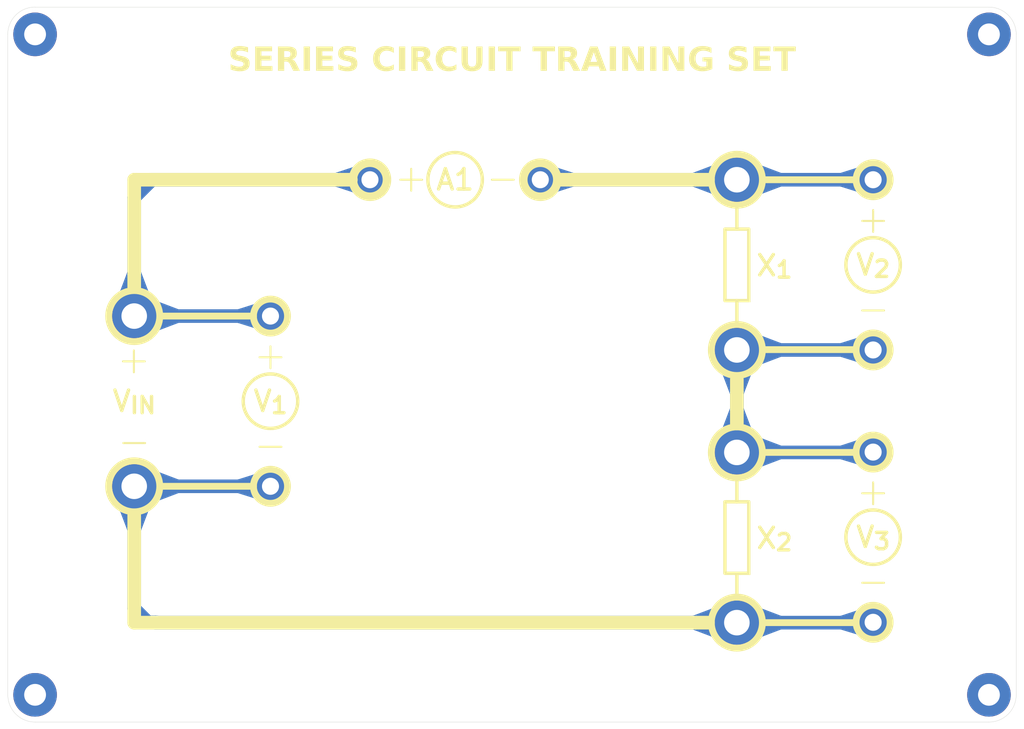
<source format=kicad_pcb>
(kicad_pcb (version 20240108) (generator "pcbnew") (generator_version "8.0")
  (layers (0 "F.Cu" signal) (31 "B.Cu" signal) (34 "B.Paste" user) (35 "F.Paste" user) (36 "B.SilkS" user "B.Silkscreen") (37 "F.SilkS" user "F.Silkscreen") (38 "B.Mask" user) (39 "F.Mask" user) (44 "Edge.Cuts" user))
  (net 0 "")
  (net 1 "Net-(A1-+)")
  (net 2 "Net-(MES1--)")
  (net 3 "Net-(MES2--)")
  (net 4 "Net-(A1--)")
  (footprint "Library:MountingHole_3.2mm_M3_Pad" (layer "F.Cu") (at 72.4 141.3)
    (property "Reference" "H3")
    (property "Value" "MountingHole")
    (pad "1" thru_hole circle (at 0 0) (size 6.4 6.4) (drill 3.2) (layers "*.Cu" "*.Mask"))
  )
  (footprint "Library:Volt meter vertical" (layer "F.Cu") (at 195.4 118.15)
    (property "Reference" "MES3")
    (property "Value" "V_{3}" (at 0 0 0) (layer "F.SilkS") (effects (font (size 3 3) (thickness 0.5))))
    (fp_line (start -1.6 -6.45) (end 1.6 -6.45) (stroke (width 0.3)) (layer "F.SilkS"))
    (fp_line (start -1.6 6.7) (end 1.6 6.7) (stroke (width 0.3)) (layer "F.SilkS"))
    (fp_line (start 0 -4.85) (end 0 -8.05) (stroke (width 0.3)) (layer "F.SilkS"))
    (fp_circle (center 0 -12.5) (end -2.5 -12.5) (stroke (width 1)) (fill none) (layer "F.SilkS"))
    (fp_circle (center 0 0) (end 4 0) (stroke (width 0.5)) (fill none) (layer "F.SilkS"))
    (fp_circle (center 0 12.5) (end -2.5 12.5) (stroke (width 1)) (fill none) (layer "F.SilkS"))
    (pad "1" thru_hole circle (at 0 12.5 180) (size 4.8 4.8) (drill 2.5) (layers "*.Cu" "*.Mask") (net 2 "Net-(MES1--)"))
    (pad "2" thru_hole circle (at 0 -12.5 180) (size 4.8 4.8) (drill 2.5) (layers "*.Cu" "*.Mask") (net 3 "Net-(MES2--)"))
  )
  (footprint "Library:Ammeter horizontal" (layer "F.Cu") (at 134.05 65.65)
    (property "Reference" "A1" (at 0 0 0) (layer "F.SilkS") (effects (font (size 3 3) (thickness 0.5))))
    (property "Value" "A_{1}" (hide yes))
    (fp_line (start -6.45 1.6) (end -6.45 -1.6) (stroke (width 0.3)) (layer "F.SilkS"))
    (fp_line (start -4.85 0) (end -8.05 0) (stroke (width 0.3)) (layer "F.SilkS"))
    (fp_line (start 8.6 0) (end 5.4 0) (stroke (width 0.3)) (layer "F.SilkS"))
    (fp_circle (center -12.5 0) (end -12.5 2.5) (stroke (width 1.25)) (fill none) (layer "F.SilkS"))
    (fp_circle (center 0 0) (end 4 0) (stroke (width 0.5)) (fill none) (layer "F.SilkS"))
    (fp_circle (center 12.5 0) (end 12.5 2.5) (stroke (width 1.25)) (fill none) (layer "F.SilkS"))
    (pad "1" thru_hole circle (at 12.5 0 270) (size 4.9 4.9) (drill 2.5) (layers "*.Cu" "*.Mask") (net 4 "Net-(A1--)"))
    (pad "2" thru_hole circle (at -12.5 0 270) (size 5.1 5.1) (drill 2.5) (layers "*.Cu" "*.Mask") (net 1 "Net-(A1-+)"))
  )
  (footprint "Library:MountingHole_3.2mm_M3_Pad" (layer "F.Cu") (at 212.4 141.3)
    (property "Reference" "H4")
    (property "Value" "MountingHole")
    (pad "1" thru_hole circle (at 0 0) (size 6.4 6.4) (drill 3.2) (layers "*.Cu" "*.Mask"))
  )
  (footprint "Library:MountingHole_3.2mm_M3_Pad" (layer "F.Cu") (at 72.4 44.3)
    (property "Reference" "H1")
    (property "Value" "MountingHole")
    (pad "1" thru_hole circle (at 0 0) (size 6.4 6.4) (drill 3.2) (layers "*.Cu" "*.Mask"))
  )
  (footprint "Library:Resistor-Plugin_0.5Watt" (layer "F.Cu") (at 175.4 78.15 180)
    (property "Reference" "R1")
    (property "Value" "R")
    (fp_line (start 1.72 3.87) (end 1.72 -5.37) (stroke (width 0.12)) (layer "F.SilkS"))
    (fp_line (start 1.72 -5.37) (end -1.72 -5.37) (stroke (width 0.12)) (layer "F.SilkS"))
    (fp_line (start 0 5.25) (end 0 8.8) (stroke (width 0.5)) (layer "F.SilkS"))
    (fp_line (start 0 -7.33) (end 0 -5.37) (stroke (width 0.12)) (layer "F.SilkS"))
    (fp_line (start 0 -8.8) (end 0 -5.25) (stroke (width 0.5)) (layer "F.SilkS"))
    (fp_line (start -1.72 -5.37) (end -1.72 3.87) (stroke (width 0.12)) (layer "F.SilkS"))
    (fp_rect (start -1.75 -5.25) (end 1.75 5.25) (stroke (width 0.5)) (fill none) (layer "F.SilkS"))
    (fp_circle (center 0 12.5) (end 3.75 12.5) (stroke (width 1)) (fill none) (layer "F.SilkS"))
    (fp_circle (center 0 -12.5) (end 3.75 -12.5) (stroke (width 1)) (fill none) (layer "F.SilkS"))
    (pad "1" thru_hole circle (at 0 -12.5 180) (size 6.5 6.5) (drill 3.75) (layers "*.Cu" "*.Mask") (net 3 "Net-(MES2--)"))
    (pad "2" thru_hole circle (at 0 12.5 180) (size 6.5 6.5) (drill 3.75) (layers "*.Cu" "*.Mask") (net 4 "Net-(A1--)"))
  )
  (footprint "Library:DC Power Supply Vertical" (layer "F.Cu") (at 86.95 98.175)
    (property "Reference" "V1" (hide yes))
    (property "Value" "V_{IN}" (at 0 0 0) (layer "F.SilkS") (effects (font (size 3 3) (thickness 0.5))))
    (fp_line (start -1.65 -5.85) (end 1.55 -5.85) (stroke (width 0.3)) (layer "F.SilkS"))
    (fp_line (start -1.6 6.15) (end 1.6 6.15) (stroke (width 0.3)) (layer "F.SilkS"))
    (fp_line (start -0.05 -4.25) (end -0.05 -7.45) (stroke (width 0.3)) (layer "F.SilkS"))
    (fp_circle (center 0 -12.5) (end 3.75 -12.5) (stroke (width 1)) (fill none) (layer "F.SilkS"))
    (fp_circle (center 0 12.5) (end 3.75 12.5) (stroke (width 1)) (fill none) (layer "F.SilkS"))
    (pad "1" thru_hole circle (at 0 -12.5) (size 6.5 6.5) (drill 3.75) (layers "*.Cu" "*.Mask") (net 1 "Net-(A1-+)"))
    (pad "2" thru_hole circle (at 0 12.5) (size 6.5 6.5) (drill 3.75) (layers "*.Cu" "*.Mask") (net 2 "Net-(MES1--)"))
  )
  (footprint "Library:Volt meter vertical" (layer "F.Cu") (at 106.95 98.175)
    (property "Reference" "MES1")
    (property "Value" "V_{1}" (at 0 0 0) (layer "F.SilkS") (effects (font (size 3 3) (thickness 0.5))))
    (fp_line (start -1.6 -6.45) (end 1.6 -6.45) (stroke (width 0.3)) (layer "F.SilkS"))
    (fp_line (start -1.6 6.7) (end 1.6 6.7) (stroke (width 0.3)) (layer "F.SilkS"))
    (fp_line (start 0 -4.85) (end 0 -8.05) (stroke (width 0.3)) (layer "F.SilkS"))
    (fp_circle (center 0 -12.5) (end -2.5 -12.5) (stroke (width 1)) (fill none) (layer "F.SilkS"))
    (fp_circle (center 0 0) (end 4 0) (stroke (width 0.5)) (fill none) (layer "F.SilkS"))
    (fp_circle (center 0 12.5) (end -2.5 12.5) (stroke (width 1)) (fill none) (layer "F.SilkS"))
    (pad "1" thru_hole circle (at 0 12.5 180) (size 4.8 4.8) (drill 2.5) (layers "*.Cu" "*.Mask") (net 2 "Net-(MES1--)"))
    (pad "2" thru_hole circle (at 0 -12.5 180) (size 4.8 4.8) (drill 2.5) (layers "*.Cu" "*.Mask") (net 1 "Net-(A1-+)"))
  )
  (footprint "Library:Volt meter vertical" (layer "F.Cu") (at 195.4 78.15)
    (property "Reference" "MES2")
    (property "Value" "V_{2}" (at 0 0 0) (layer "F.SilkS") (effects (font (size 3 3) (thickness 0.5))))
    (fp_line (start -1.6 -6.45) (end 1.6 -6.45) (stroke (width 0.3)) (layer "F.SilkS"))
    (fp_line (start -1.6 6.7) (end 1.6 6.7) (stroke (width 0.3)) (layer "F.SilkS"))
    (fp_line (start 0 -4.85) (end 0 -8.05) (stroke (width 0.3)) (layer "F.SilkS"))
    (fp_circle (center 0 -12.5) (end -2.5 -12.5) (stroke (width 1)) (fill none) (layer "F.SilkS"))
    (fp_circle (center 0 0) (end 4 0) (stroke (width 0.5)) (fill none) (layer "F.SilkS"))
    (fp_circle (center 0 12.5) (end -2.5 12.5) (stroke (width 1)) (fill none) (layer "F.SilkS"))
    (pad "1" thru_hole circle (at 0 12.5 180) (size 4.8 4.8) (drill 2.5) (layers "*.Cu" "*.Mask") (net 3 "Net-(MES2--)"))
    (pad "2" thru_hole circle (at 0 -12.5 180) (size 4.8 4.8) (drill 2.5) (layers "*.Cu" "*.Mask") (net 4 "Net-(A1--)"))
  )
  (footprint "Library:MountingHole_3.2mm_M3_Pad" (layer "F.Cu") (at 212.4 44.3)
    (property "Reference" "H2")
    (property "Value" "MountingHole")
    (pad "1" thru_hole circle (at 0 0) (size 6.4 6.4) (drill 3.2) (layers "*.Cu" "*.Mask"))
  )
  (footprint "Library:Resistor-Plugin_0.5Watt" (layer "F.Cu") (at 175.4 118.2 180)
    (property "Reference" "R2")
    (property "Value" "R")
    (fp_line (start 1.72 3.87) (end 1.72 -5.37) (stroke (width 0.12)) (layer "F.SilkS"))
    (fp_line (start 1.72 -5.37) (end -1.72 -5.37) (stroke (width 0.12)) (layer "F.SilkS"))
    (fp_line (start 0 5.25) (end 0 8.8) (stroke (width 0.5)) (layer "F.SilkS"))
    (fp_line (start 0 -7.33) (end 0 -5.37) (stroke (width 0.12)) (layer "F.SilkS"))
    (fp_line (start 0 -8.8) (end 0 -5.25) (stroke (width 0.5)) (layer "F.SilkS"))
    (fp_line (start -1.72 -5.37) (end -1.72 3.87) (stroke (width 0.12)) (layer "F.SilkS"))
    (fp_rect (start -1.75 -5.25) (end 1.75 5.25) (stroke (width 0.5)) (fill none) (layer "F.SilkS"))
    (fp_circle (center 0 12.5) (end 3.75 12.5) (stroke (width 1)) (fill none) (layer "F.SilkS"))
    (fp_circle (center 0 -12.5) (end 3.75 -12.5) (stroke (width 1)) (fill none) (layer "F.SilkS"))
    (pad "1" thru_hole circle (at 0 -12.5 180) (size 6.5 6.5) (drill 3.75) (layers "*.Cu" "*.Mask") (net 2 "Net-(MES1--)"))
    (pad "2" thru_hole circle (at 0 12.5 180) (size 6.5 6.5) (drill 3.75) (layers "*.Cu" "*.Mask") (net 3 "Net-(MES2--)"))
  )
  (gr_line (start 171.15 130.7) (end 86.95 130.7) (stroke (width 2)) (layer "F.SilkS"))
  (gr_line (start 192.85 65.65) (end 179.25 65.65) (stroke (width 1)) (layer "F.SilkS"))
  (gr_line (start 192.85 130.7) (end 179.2 130.7) (stroke (width 1)) (layer "F.SilkS"))
  (gr_line (start 179.25 105.7) (end 192.8 105.7) (stroke (width 1)) (layer "F.SilkS"))
  (gr_line (start 90.8 85.675) (end 104.45 85.675) (stroke (width 1)) (layer "F.SilkS"))
  (gr_line (start 86.95 114.95) (end 86.95 130.7) (stroke (width 2)) (layer "F.SilkS"))
  (gr_line (start 179.2 90.6) (end 192.9 90.6) (stroke (width 1)) (layer "F.SilkS"))
  (gr_line (start 86.95 81.4) (end 86.95 65.65) (stroke (width 2)) (layer "F.SilkS"))
  (gr_line (start 118.75 65.65) (end 86.95 65.65) (stroke (width 2)) (layer "F.SilkS"))
  (gr_line (start 90.75 110.675) (end 104.45 110.675) (stroke (width 1)) (layer "F.SilkS"))
  (gr_line (start 175.4 95) (end 175.4 101.45) (stroke (width 2)) (layer "F.SilkS"))
  (gr_line (start 171.15 65.65) (end 149.5 65.65) (stroke (width 2)) (layer "F.SilkS"))
  (gr_arc (start 216.4 141.3) (mid 215.228427 144.128427) (end 212.4 145.3) (stroke (width 0.05)) (layer "Edge.Cuts"))
  (gr_arc (start 68.392196 44.3) (mid 69.566055 41.466055) (end 72.4 40.292196) (stroke (width 0.05)) (layer "Edge.Cuts"))
  (gr_line (start 72.4 40.3) (end 212.4 40.3) (stroke (width 0.05)) (layer "Edge.Cuts"))
  (gr_line (start 212.4 145.3) (end 72.4 145.3) (stroke (width 0.05)) (layer "Edge.Cuts"))
  (gr_arc (start 72.4 145.3) (mid 69.571573 144.128427) (end 68.4 141.3) (stroke (width 0.05)) (layer "Edge.Cuts"))
  (gr_line (start 68.4 141.3) (end 68.4 44.3) (stroke (width 0.05)) (layer "Edge.Cuts"))
  (gr_line (start 216.4 44.3) (end 216.4 141.3) (stroke (width 0.05)) (layer "Edge.Cuts"))
  (gr_arc (start 212.4 40.3) (mid 215.228427 41.471573) (end 216.4 44.3) (stroke (width 0.05)) (layer "Edge.Cuts"))
  (gr_text "X_{1}" (at 178 80.0175 0) (layer "F.SilkS") (effects (font (size 3 3) (thickness 0.5)) (justify left bottom)))
  (gr_text "SERIES CIRCUIT TRAINING SET" (at 142.4 48.2 0) (layer "F.SilkS") (effects (font (size 3.5 3.5) (thickness 0.5) (bold yes))))
  (gr_text "X_{2}" (at 178 120.0675 0) (layer "F.SilkS") (effects (font (size 3 3) (thickness 0.5)) (justify left bottom)))
  (segment (start 86.95 85.675) (end 106.95 85.675) (width 2) (layer "B.Cu") (net 1))
  (segment (start 89.55 65.65) (end 86.95 68.25) (width 2) (layer "B.Cu") (net 1))
  (segment (start 86.95 68.25) (end 86.95 85.675) (width 2) (layer "B.Cu") (net 1))
  (segment (start 122 65.65) (end 89.55 65.65) (width 2) (layer "B.Cu") (net 1))
  (segment (start 90.15 130.7) (end 175.4 130.7) (width 2) (layer "B.Cu") (net 2))
  (segment (start 86.95 110.675) (end 86.95 128.65) (width 2) (layer "B.Cu") (net 2))
  (segment (start 175.4 130.7) (end 194.05 130.7) (width 2) (layer "B.Cu") (net 2))
  (segment (start 86.95 128.65) (end 88.95 130.65) (width 2) (layer "B.Cu") (net 2))
  (segment (start 88.95 130.65) (end 90.1 130.65) (width 2) (layer "B.Cu") (net 2))
  (segment (start 194.05 130.7) (end 194.1 130.65) (width 2) (layer "B.Cu") (net 2))
  (segment (start 86.95 110.675) (end 106.95 110.675) (width 2) (layer "B.Cu") (net 2))
  (segment (start 90.1 130.65) (end 90.15 130.7) (width 2) (layer "B.Cu") (net 2))
  (segment (start 194.05 105.7) (end 194.1 105.65) (width 2) (layer "B.Cu") (net 3))
  (segment (start 194.1 90.65) (end 194.15 90.6) (width 2) (layer "B.Cu") (net 3))
  (segment (start 175.4 90.65) (end 175.4 105.7) (width 2) (layer "B.Cu") (net 3))
  (segment (start 175.4 90.65) (end 194.1 90.65) (width 2) (layer "B.Cu") (net 3))
  (segment (start 175.4 105.7) (end 194.05 105.7) (width 2) (layer "B.Cu") (net 3))
  (segment (start 175.4 65.65) (end 195.4 65.65) (width 2) (layer "B.Cu") (net 4))
  (segment (start 194.1 65.65) (end 194.15 65.6) (width 2) (layer "B.Cu") (net 4))
  (segment (start 146.55 65.65) (end 175.4 65.65) (width 2) (layer "B.Cu") (net 4))
)
</source>
